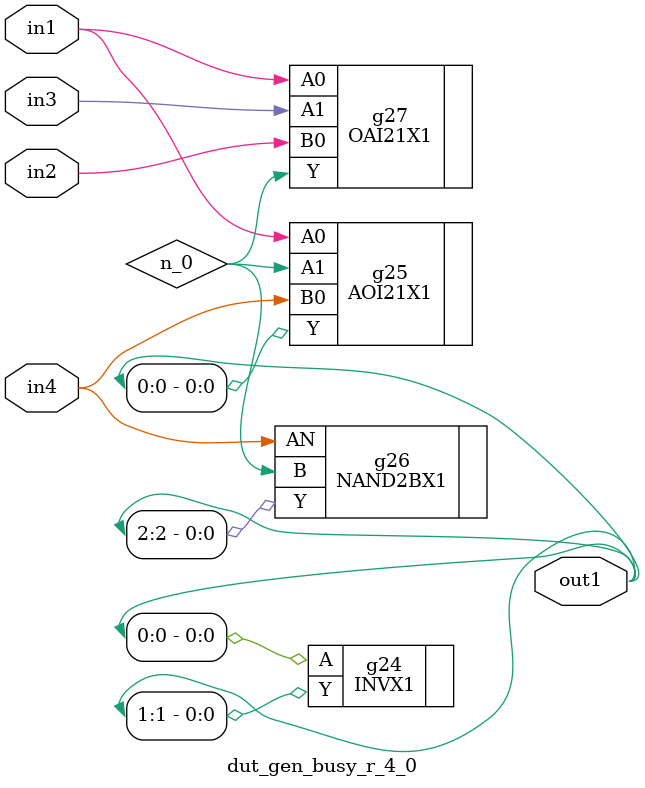
<source format=v>
`timescale 1ps / 1ps


module dut_gen_busy_r_4_0(in1, in2, in3, in4, out1);
  input in1, in2, in3, in4;
  output [2:0] out1;
  wire in1, in2, in3, in4;
  wire [2:0] out1;
  wire n_0;
  INVX1 g24(.A (out1[0]), .Y (out1[1]));
  AOI21X1 g25(.A0 (in1), .A1 (n_0), .B0 (in4), .Y (out1[0]));
  NAND2BX1 g26(.AN (in4), .B (n_0), .Y (out1[2]));
  OAI21X1 g27(.A0 (in1), .A1 (in3), .B0 (in2), .Y (n_0));
endmodule



</source>
